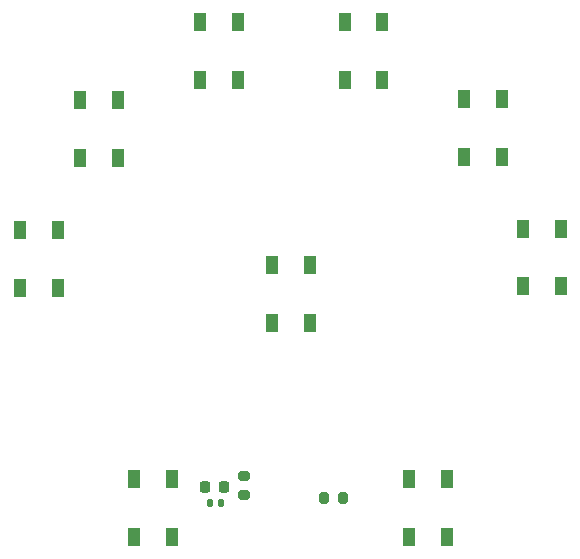
<source format=gtp>
%TF.GenerationSoftware,KiCad,Pcbnew,6.0.4-6f826c9f35~116~ubuntu20.04.1*%
%TF.CreationDate,2022-04-29T21:51:39-06:00*%
%TF.ProjectId,circle-small,63697263-6c65-42d7-936d-616c6c2e6b69,rev?*%
%TF.SameCoordinates,Original*%
%TF.FileFunction,Paste,Top*%
%TF.FilePolarity,Positive*%
%FSLAX46Y46*%
G04 Gerber Fmt 4.6, Leading zero omitted, Abs format (unit mm)*
G04 Created by KiCad (PCBNEW 6.0.4-6f826c9f35~116~ubuntu20.04.1) date 2022-04-29 21:51:39*
%MOMM*%
%LPD*%
G01*
G04 APERTURE LIST*
G04 Aperture macros list*
%AMRoundRect*
0 Rectangle with rounded corners*
0 $1 Rounding radius*
0 $2 $3 $4 $5 $6 $7 $8 $9 X,Y pos of 4 corners*
0 Add a 4 corners polygon primitive as box body*
4,1,4,$2,$3,$4,$5,$6,$7,$8,$9,$2,$3,0*
0 Add four circle primitives for the rounded corners*
1,1,$1+$1,$2,$3*
1,1,$1+$1,$4,$5*
1,1,$1+$1,$6,$7*
1,1,$1+$1,$8,$9*
0 Add four rect primitives between the rounded corners*
20,1,$1+$1,$2,$3,$4,$5,0*
20,1,$1+$1,$4,$5,$6,$7,0*
20,1,$1+$1,$6,$7,$8,$9,0*
20,1,$1+$1,$8,$9,$2,$3,0*%
G04 Aperture macros list end*
%ADD10R,1.000000X1.500000*%
%ADD11RoundRect,0.200000X-0.200000X-0.275000X0.200000X-0.275000X0.200000X0.275000X-0.200000X0.275000X0*%
%ADD12RoundRect,0.225000X-0.225000X-0.250000X0.225000X-0.250000X0.225000X0.250000X-0.225000X0.250000X0*%
%ADD13RoundRect,0.200000X0.275000X-0.200000X0.275000X0.200000X-0.275000X0.200000X-0.275000X-0.200000X0*%
%ADD14RoundRect,0.140000X-0.140000X-0.170000X0.140000X-0.170000X0.140000X0.170000X-0.140000X0.170000X0*%
G04 APERTURE END LIST*
D10*
%TO.C,D1*%
X30000000Y-48350000D03*
X33200000Y-48350000D03*
X33200000Y-43450000D03*
X30000000Y-43450000D03*
%TD*%
%TO.C,D7*%
X63000000Y-69450000D03*
X66200000Y-69450000D03*
X66200000Y-64550000D03*
X63000000Y-64550000D03*
%TD*%
%TO.C,D9*%
X39700000Y-69450000D03*
X42900000Y-69450000D03*
X42900000Y-64550000D03*
X39700000Y-64550000D03*
%TD*%
%TO.C,D8*%
X51400000Y-51350000D03*
X54600000Y-51350000D03*
X54600000Y-46450000D03*
X51400000Y-46450000D03*
%TD*%
%TO.C,D6*%
X72600000Y-48250000D03*
X75800000Y-48250000D03*
X75800000Y-43350000D03*
X72600000Y-43350000D03*
%TD*%
D11*
%TO.C,R2*%
X55750000Y-66200000D03*
X57400000Y-66200000D03*
%TD*%
D10*
%TO.C,D2*%
X35100000Y-37350000D03*
X38300000Y-37350000D03*
X38300000Y-32450000D03*
X35100000Y-32450000D03*
%TD*%
D12*
%TO.C,C1*%
X45710000Y-65200000D03*
X47260000Y-65200000D03*
%TD*%
D13*
%TO.C,R1*%
X48985000Y-65925000D03*
X48985000Y-64275000D03*
%TD*%
D10*
%TO.C,D3*%
X45300000Y-30750000D03*
X48500000Y-30750000D03*
X48500000Y-25850000D03*
X45300000Y-25850000D03*
%TD*%
D14*
%TO.C,C2*%
X46105000Y-66600000D03*
X47065000Y-66600000D03*
%TD*%
D10*
%TO.C,D4*%
X57500000Y-30750000D03*
X60700000Y-30750000D03*
X60700000Y-25850000D03*
X57500000Y-25850000D03*
%TD*%
%TO.C,D5*%
X67600000Y-37250000D03*
X70800000Y-37250000D03*
X70800000Y-32350000D03*
X67600000Y-32350000D03*
%TD*%
M02*

</source>
